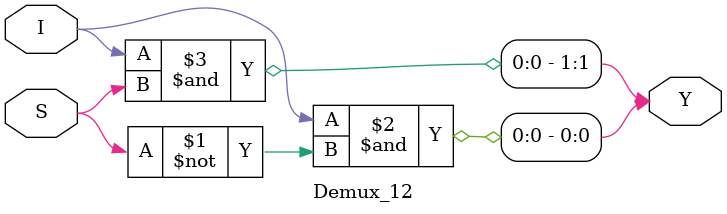
<source format=v>
`timescale 1ns / 1ps

module Demux_12(I,S,Y);
input I,S;
output [1:0]Y;

assign Y[0]=I &(~S);
assign Y[1]=I & S;

endmodule

</source>
